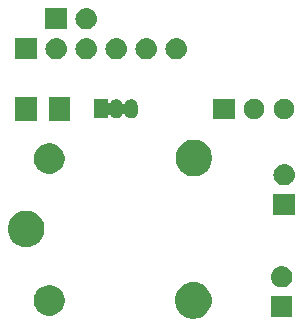
<source format=gbr>
G04 #@! TF.GenerationSoftware,KiCad,Pcbnew,(5.0.1)-rc2*
G04 #@! TF.CreationDate,2018-11-18T17:10:58-07:00*
G04 #@! TF.ProjectId,RPI_zeroW_shield,5250495F7A65726F575F736869656C64,rev?*
G04 #@! TF.SameCoordinates,Original*
G04 #@! TF.FileFunction,Soldermask,Top*
G04 #@! TF.FilePolarity,Negative*
%FSLAX46Y46*%
G04 Gerber Fmt 4.6, Leading zero omitted, Abs format (unit mm)*
G04 Created by KiCad (PCBNEW (5.0.1)-rc2) date 11/18/2018 5:10:58 PM*
%MOMM*%
%LPD*%
G01*
G04 APERTURE LIST*
%ADD10C,0.100000*%
G04 APERTURE END LIST*
D10*
G36*
X133882527Y-78198736D02*
X133982410Y-78218604D01*
X134264674Y-78335521D01*
X134518705Y-78505259D01*
X134734741Y-78721295D01*
X134904479Y-78975326D01*
X135021396Y-79257590D01*
X135081000Y-79557240D01*
X135081000Y-79862760D01*
X135021396Y-80162410D01*
X134904479Y-80444674D01*
X134734741Y-80698705D01*
X134518705Y-80914741D01*
X134264674Y-81084479D01*
X133982410Y-81201396D01*
X133882527Y-81221264D01*
X133682762Y-81261000D01*
X133377238Y-81261000D01*
X133177473Y-81221264D01*
X133077590Y-81201396D01*
X132795326Y-81084479D01*
X132541295Y-80914741D01*
X132325259Y-80698705D01*
X132155521Y-80444674D01*
X132038604Y-80162410D01*
X131979000Y-79862760D01*
X131979000Y-79557240D01*
X132038604Y-79257590D01*
X132155521Y-78975326D01*
X132325259Y-78721295D01*
X132541295Y-78505259D01*
X132795326Y-78335521D01*
X133077590Y-78218604D01*
X133177473Y-78198736D01*
X133377238Y-78159000D01*
X133682762Y-78159000D01*
X133882527Y-78198736D01*
X133882527Y-78198736D01*
G37*
G36*
X141926001Y-81165000D02*
X140124001Y-81165000D01*
X140124001Y-79363000D01*
X141926001Y-79363000D01*
X141926001Y-81165000D01*
X141926001Y-81165000D01*
G37*
G36*
X121709485Y-78458996D02*
X121709487Y-78458997D01*
X121709488Y-78458997D01*
X121946255Y-78557069D01*
X122159342Y-78699449D01*
X122340551Y-78880658D01*
X122482931Y-79093745D01*
X122581004Y-79330515D01*
X122631000Y-79581861D01*
X122631000Y-79838139D01*
X122581004Y-80089485D01*
X122482931Y-80326255D01*
X122340551Y-80539342D01*
X122159342Y-80720551D01*
X122159339Y-80720553D01*
X121946255Y-80862931D01*
X121709488Y-80961003D01*
X121709487Y-80961003D01*
X121709485Y-80961004D01*
X121458139Y-81011000D01*
X121201861Y-81011000D01*
X120950515Y-80961004D01*
X120950513Y-80961003D01*
X120950512Y-80961003D01*
X120713745Y-80862931D01*
X120500661Y-80720553D01*
X120500658Y-80720551D01*
X120319449Y-80539342D01*
X120177069Y-80326255D01*
X120078996Y-80089485D01*
X120029000Y-79838139D01*
X120029000Y-79581861D01*
X120078996Y-79330515D01*
X120177069Y-79093745D01*
X120319449Y-78880658D01*
X120500658Y-78699449D01*
X120713745Y-78557069D01*
X120950512Y-78458997D01*
X120950513Y-78458997D01*
X120950515Y-78458996D01*
X121201861Y-78409000D01*
X121458139Y-78409000D01*
X121709485Y-78458996D01*
X121709485Y-78458996D01*
G37*
G36*
X141135444Y-76829519D02*
X141201628Y-76836037D01*
X141314854Y-76870384D01*
X141371468Y-76887557D01*
X141510088Y-76961652D01*
X141527992Y-76971222D01*
X141563730Y-77000552D01*
X141665187Y-77083814D01*
X141748449Y-77185271D01*
X141777779Y-77221009D01*
X141777780Y-77221011D01*
X141861444Y-77377533D01*
X141861444Y-77377534D01*
X141912964Y-77547373D01*
X141930360Y-77724000D01*
X141912964Y-77900627D01*
X141878617Y-78013853D01*
X141861444Y-78070467D01*
X141814121Y-78159000D01*
X141777779Y-78226991D01*
X141748449Y-78262729D01*
X141665187Y-78364186D01*
X141563730Y-78447448D01*
X141527992Y-78476778D01*
X141527990Y-78476779D01*
X141371468Y-78560443D01*
X141314854Y-78577616D01*
X141201628Y-78611963D01*
X141135443Y-78618482D01*
X141069261Y-78625000D01*
X140980741Y-78625000D01*
X140914559Y-78618482D01*
X140848374Y-78611963D01*
X140735148Y-78577616D01*
X140678534Y-78560443D01*
X140522012Y-78476779D01*
X140522010Y-78476778D01*
X140486272Y-78447448D01*
X140384815Y-78364186D01*
X140301553Y-78262729D01*
X140272223Y-78226991D01*
X140235881Y-78159000D01*
X140188558Y-78070467D01*
X140171385Y-78013853D01*
X140137038Y-77900627D01*
X140119642Y-77724000D01*
X140137038Y-77547373D01*
X140188558Y-77377534D01*
X140188558Y-77377533D01*
X140272222Y-77221011D01*
X140272223Y-77221009D01*
X140301553Y-77185271D01*
X140384815Y-77083814D01*
X140486272Y-77000552D01*
X140522010Y-76971222D01*
X140539914Y-76961652D01*
X140678534Y-76887557D01*
X140735148Y-76870384D01*
X140848374Y-76836037D01*
X140914558Y-76829519D01*
X140980741Y-76823000D01*
X141069261Y-76823000D01*
X141135444Y-76829519D01*
X141135444Y-76829519D01*
G37*
G36*
X119732527Y-72148736D02*
X119832410Y-72168604D01*
X120114674Y-72285521D01*
X120368705Y-72455259D01*
X120584741Y-72671295D01*
X120754479Y-72925326D01*
X120871396Y-73207590D01*
X120931000Y-73507240D01*
X120931000Y-73812760D01*
X120871396Y-74112410D01*
X120754479Y-74394674D01*
X120584741Y-74648705D01*
X120368705Y-74864741D01*
X120114674Y-75034479D01*
X119832410Y-75151396D01*
X119732527Y-75171264D01*
X119532762Y-75211000D01*
X119227238Y-75211000D01*
X119027473Y-75171264D01*
X118927590Y-75151396D01*
X118645326Y-75034479D01*
X118391295Y-74864741D01*
X118175259Y-74648705D01*
X118005521Y-74394674D01*
X117888604Y-74112410D01*
X117829000Y-73812760D01*
X117829000Y-73507240D01*
X117888604Y-73207590D01*
X118005521Y-72925326D01*
X118175259Y-72671295D01*
X118391295Y-72455259D01*
X118645326Y-72285521D01*
X118927590Y-72168604D01*
X119027473Y-72148736D01*
X119227238Y-72109000D01*
X119532762Y-72109000D01*
X119732527Y-72148736D01*
X119732527Y-72148736D01*
G37*
G36*
X142125000Y-72529000D02*
X140323000Y-72529000D01*
X140323000Y-70727000D01*
X142125000Y-70727000D01*
X142125000Y-72529000D01*
X142125000Y-72529000D01*
G37*
G36*
X141334443Y-68193519D02*
X141400627Y-68200037D01*
X141513853Y-68234384D01*
X141570467Y-68251557D01*
X141709087Y-68325652D01*
X141726991Y-68335222D01*
X141762729Y-68364552D01*
X141864186Y-68447814D01*
X141939300Y-68539342D01*
X141976778Y-68585009D01*
X141976779Y-68585011D01*
X142060443Y-68741533D01*
X142060443Y-68741534D01*
X142111963Y-68911373D01*
X142129359Y-69088000D01*
X142111963Y-69264627D01*
X142077616Y-69377853D01*
X142060443Y-69434467D01*
X141986348Y-69573087D01*
X141976778Y-69590991D01*
X141947448Y-69626729D01*
X141864186Y-69728186D01*
X141762729Y-69811448D01*
X141726991Y-69840778D01*
X141726989Y-69840779D01*
X141570467Y-69924443D01*
X141513853Y-69941616D01*
X141400627Y-69975963D01*
X141334443Y-69982481D01*
X141268260Y-69989000D01*
X141179740Y-69989000D01*
X141113557Y-69982481D01*
X141047373Y-69975963D01*
X140934147Y-69941616D01*
X140877533Y-69924443D01*
X140721011Y-69840779D01*
X140721009Y-69840778D01*
X140685271Y-69811448D01*
X140583814Y-69728186D01*
X140500552Y-69626729D01*
X140471222Y-69590991D01*
X140461652Y-69573087D01*
X140387557Y-69434467D01*
X140370384Y-69377853D01*
X140336037Y-69264627D01*
X140318641Y-69088000D01*
X140336037Y-68911373D01*
X140387557Y-68741534D01*
X140387557Y-68741533D01*
X140471221Y-68585011D01*
X140471222Y-68585009D01*
X140508700Y-68539342D01*
X140583814Y-68447814D01*
X140685271Y-68364552D01*
X140721009Y-68335222D01*
X140738913Y-68325652D01*
X140877533Y-68251557D01*
X140934147Y-68234384D01*
X141047373Y-68200037D01*
X141113557Y-68193519D01*
X141179740Y-68187000D01*
X141268260Y-68187000D01*
X141334443Y-68193519D01*
X141334443Y-68193519D01*
G37*
G36*
X133932527Y-66148736D02*
X134032410Y-66168604D01*
X134314674Y-66285521D01*
X134568705Y-66455259D01*
X134784741Y-66671295D01*
X134954479Y-66925326D01*
X135024240Y-67093745D01*
X135071396Y-67207591D01*
X135131000Y-67507238D01*
X135131000Y-67812762D01*
X135125952Y-67838139D01*
X135071396Y-68112410D01*
X134954479Y-68394674D01*
X134784741Y-68648705D01*
X134568705Y-68864741D01*
X134314674Y-69034479D01*
X134032410Y-69151396D01*
X133932527Y-69171264D01*
X133732762Y-69211000D01*
X133427238Y-69211000D01*
X133227473Y-69171264D01*
X133127590Y-69151396D01*
X132845326Y-69034479D01*
X132591295Y-68864741D01*
X132375259Y-68648705D01*
X132205521Y-68394674D01*
X132088604Y-68112410D01*
X132034048Y-67838139D01*
X132029000Y-67812762D01*
X132029000Y-67507238D01*
X132088604Y-67207591D01*
X132135760Y-67093745D01*
X132205521Y-66925326D01*
X132375259Y-66671295D01*
X132591295Y-66455259D01*
X132845326Y-66285521D01*
X133127590Y-66168604D01*
X133227473Y-66148736D01*
X133427238Y-66109000D01*
X133732762Y-66109000D01*
X133932527Y-66148736D01*
X133932527Y-66148736D01*
G37*
G36*
X121709485Y-66458996D02*
X121709487Y-66458997D01*
X121709488Y-66458997D01*
X121946255Y-66557069D01*
X122159342Y-66699449D01*
X122340551Y-66880658D01*
X122482931Y-67093745D01*
X122530088Y-67207591D01*
X122581004Y-67330515D01*
X122631000Y-67581861D01*
X122631000Y-67838139D01*
X122581004Y-68089485D01*
X122482931Y-68326255D01*
X122340551Y-68539342D01*
X122159342Y-68720551D01*
X122159339Y-68720553D01*
X121946255Y-68862931D01*
X121709488Y-68961003D01*
X121709487Y-68961003D01*
X121709485Y-68961004D01*
X121458139Y-69011000D01*
X121201861Y-69011000D01*
X120950515Y-68961004D01*
X120950513Y-68961003D01*
X120950512Y-68961003D01*
X120713745Y-68862931D01*
X120500661Y-68720553D01*
X120500658Y-68720551D01*
X120319449Y-68539342D01*
X120177069Y-68326255D01*
X120078996Y-68089485D01*
X120029000Y-67838139D01*
X120029000Y-67581861D01*
X120078996Y-67330515D01*
X120129913Y-67207591D01*
X120177069Y-67093745D01*
X120319449Y-66880658D01*
X120500658Y-66699449D01*
X120713745Y-66557069D01*
X120950512Y-66458997D01*
X120950513Y-66458997D01*
X120950515Y-66458996D01*
X121201861Y-66409000D01*
X121458139Y-66409000D01*
X121709485Y-66458996D01*
X121709485Y-66458996D01*
G37*
G36*
X120280430Y-64500760D02*
X118479570Y-64500760D01*
X118479570Y-62499240D01*
X120280430Y-62499240D01*
X120280430Y-64500760D01*
X120280430Y-64500760D01*
G37*
G36*
X123079510Y-64500760D02*
X121278650Y-64500760D01*
X121278650Y-62499240D01*
X123079510Y-62499240D01*
X123079510Y-64500760D01*
X123079510Y-64500760D01*
G37*
G36*
X137045000Y-64351000D02*
X135243000Y-64351000D01*
X135243000Y-62649000D01*
X137045000Y-62649000D01*
X137045000Y-64351000D01*
X137045000Y-64351000D01*
G37*
G36*
X138932228Y-62681703D02*
X139087100Y-62745853D01*
X139226481Y-62838985D01*
X139345015Y-62957519D01*
X139438147Y-63096900D01*
X139502297Y-63251772D01*
X139535000Y-63416184D01*
X139535000Y-63583816D01*
X139502297Y-63748228D01*
X139438147Y-63903100D01*
X139345015Y-64042481D01*
X139226481Y-64161015D01*
X139087100Y-64254147D01*
X138932228Y-64318297D01*
X138767816Y-64351000D01*
X138600184Y-64351000D01*
X138435772Y-64318297D01*
X138280900Y-64254147D01*
X138141519Y-64161015D01*
X138022985Y-64042481D01*
X137929853Y-63903100D01*
X137865703Y-63748228D01*
X137833000Y-63583816D01*
X137833000Y-63416184D01*
X137865703Y-63251772D01*
X137929853Y-63096900D01*
X138022985Y-62957519D01*
X138141519Y-62838985D01*
X138280900Y-62745853D01*
X138435772Y-62681703D01*
X138600184Y-62649000D01*
X138767816Y-62649000D01*
X138932228Y-62681703D01*
X138932228Y-62681703D01*
G37*
G36*
X141472228Y-62681703D02*
X141627100Y-62745853D01*
X141766481Y-62838985D01*
X141885015Y-62957519D01*
X141978147Y-63096900D01*
X142042297Y-63251772D01*
X142075000Y-63416184D01*
X142075000Y-63583816D01*
X142042297Y-63748228D01*
X141978147Y-63903100D01*
X141885015Y-64042481D01*
X141766481Y-64161015D01*
X141627100Y-64254147D01*
X141472228Y-64318297D01*
X141307816Y-64351000D01*
X141140184Y-64351000D01*
X140975772Y-64318297D01*
X140820900Y-64254147D01*
X140681519Y-64161015D01*
X140562985Y-64042481D01*
X140469853Y-63903100D01*
X140405703Y-63748228D01*
X140373000Y-63583816D01*
X140373000Y-63416184D01*
X140405703Y-63251772D01*
X140469853Y-63096900D01*
X140562985Y-62957519D01*
X140681519Y-62838985D01*
X140820900Y-62745853D01*
X140975772Y-62681703D01*
X141140184Y-62649000D01*
X141307816Y-62649000D01*
X141472228Y-62681703D01*
X141472228Y-62681703D01*
G37*
G36*
X128382915Y-62707334D02*
X128491491Y-62740271D01*
X128591556Y-62793756D01*
X128679264Y-62865736D01*
X128751244Y-62953443D01*
X128804729Y-63053508D01*
X128837666Y-63162084D01*
X128846000Y-63246702D01*
X128846000Y-63753297D01*
X128837666Y-63837916D01*
X128804729Y-63946492D01*
X128751244Y-64046557D01*
X128679264Y-64134264D01*
X128591557Y-64206244D01*
X128491492Y-64259729D01*
X128382916Y-64292666D01*
X128270000Y-64303787D01*
X128157085Y-64292666D01*
X128048509Y-64259729D01*
X127948444Y-64206244D01*
X127893333Y-64161015D01*
X127860739Y-64134266D01*
X127860737Y-64134264D01*
X127788757Y-64046557D01*
X127745240Y-63965143D01*
X127731627Y-63944768D01*
X127714299Y-63927441D01*
X127693925Y-63913827D01*
X127671286Y-63904450D01*
X127647253Y-63899669D01*
X127622748Y-63899669D01*
X127598715Y-63904449D01*
X127576076Y-63913827D01*
X127555701Y-63927440D01*
X127538374Y-63944768D01*
X127524760Y-63965143D01*
X127481244Y-64046557D01*
X127409264Y-64134264D01*
X127321557Y-64206244D01*
X127221492Y-64259729D01*
X127112916Y-64292666D01*
X127000000Y-64303787D01*
X126887085Y-64292666D01*
X126778509Y-64259729D01*
X126678444Y-64206244D01*
X126590737Y-64134264D01*
X126527626Y-64057364D01*
X126510299Y-64040036D01*
X126489924Y-64026423D01*
X126467285Y-64017045D01*
X126443252Y-64012265D01*
X126418748Y-64012265D01*
X126394714Y-64017046D01*
X126372075Y-64026423D01*
X126351701Y-64040037D01*
X126334373Y-64057364D01*
X126320760Y-64077739D01*
X126311382Y-64100378D01*
X126306000Y-64136663D01*
X126306000Y-64301000D01*
X125154000Y-64301000D01*
X125154000Y-62699000D01*
X126306000Y-62699000D01*
X126306000Y-62863337D01*
X126308402Y-62887723D01*
X126315515Y-62911172D01*
X126327066Y-62932783D01*
X126342612Y-62951725D01*
X126361554Y-62967271D01*
X126383165Y-62978822D01*
X126406614Y-62985935D01*
X126431000Y-62988337D01*
X126455386Y-62985935D01*
X126478835Y-62978822D01*
X126500446Y-62967271D01*
X126527626Y-62942636D01*
X126590734Y-62865739D01*
X126590736Y-62865736D01*
X126678443Y-62793756D01*
X126778508Y-62740271D01*
X126887084Y-62707334D01*
X127000000Y-62696213D01*
X127112915Y-62707334D01*
X127221491Y-62740271D01*
X127321556Y-62793756D01*
X127409264Y-62865736D01*
X127481244Y-62953443D01*
X127524767Y-63034869D01*
X127538373Y-63055232D01*
X127555700Y-63072560D01*
X127576075Y-63086174D01*
X127598713Y-63095551D01*
X127622747Y-63100332D01*
X127647251Y-63100332D01*
X127671285Y-63095552D01*
X127693924Y-63086175D01*
X127714298Y-63072561D01*
X127731626Y-63055234D01*
X127745240Y-63034858D01*
X127788756Y-62953444D01*
X127860734Y-62865739D01*
X127860736Y-62865736D01*
X127948443Y-62793756D01*
X128048508Y-62740271D01*
X128157084Y-62707334D01*
X128270000Y-62696213D01*
X128382915Y-62707334D01*
X128382915Y-62707334D01*
G37*
G36*
X129650443Y-57525519D02*
X129716627Y-57532037D01*
X129829853Y-57566384D01*
X129886467Y-57583557D01*
X130025087Y-57657652D01*
X130042991Y-57667222D01*
X130078729Y-57696552D01*
X130180186Y-57779814D01*
X130263448Y-57881271D01*
X130292778Y-57917009D01*
X130292779Y-57917011D01*
X130376443Y-58073533D01*
X130376443Y-58073534D01*
X130427963Y-58243373D01*
X130445359Y-58420000D01*
X130427963Y-58596627D01*
X130393616Y-58709853D01*
X130376443Y-58766467D01*
X130302348Y-58905087D01*
X130292778Y-58922991D01*
X130263448Y-58958729D01*
X130180186Y-59060186D01*
X130078729Y-59143448D01*
X130042991Y-59172778D01*
X130042989Y-59172779D01*
X129886467Y-59256443D01*
X129829853Y-59273616D01*
X129716627Y-59307963D01*
X129650442Y-59314482D01*
X129584260Y-59321000D01*
X129495740Y-59321000D01*
X129429558Y-59314482D01*
X129363373Y-59307963D01*
X129250147Y-59273616D01*
X129193533Y-59256443D01*
X129037011Y-59172779D01*
X129037009Y-59172778D01*
X129001271Y-59143448D01*
X128899814Y-59060186D01*
X128816552Y-58958729D01*
X128787222Y-58922991D01*
X128777652Y-58905087D01*
X128703557Y-58766467D01*
X128686384Y-58709853D01*
X128652037Y-58596627D01*
X128634641Y-58420000D01*
X128652037Y-58243373D01*
X128703557Y-58073534D01*
X128703557Y-58073533D01*
X128787221Y-57917011D01*
X128787222Y-57917009D01*
X128816552Y-57881271D01*
X128899814Y-57779814D01*
X129001271Y-57696552D01*
X129037009Y-57667222D01*
X129054913Y-57657652D01*
X129193533Y-57583557D01*
X129250147Y-57566384D01*
X129363373Y-57532037D01*
X129429557Y-57525519D01*
X129495740Y-57519000D01*
X129584260Y-57519000D01*
X129650443Y-57525519D01*
X129650443Y-57525519D01*
G37*
G36*
X132190443Y-57525519D02*
X132256627Y-57532037D01*
X132369853Y-57566384D01*
X132426467Y-57583557D01*
X132565087Y-57657652D01*
X132582991Y-57667222D01*
X132618729Y-57696552D01*
X132720186Y-57779814D01*
X132803448Y-57881271D01*
X132832778Y-57917009D01*
X132832779Y-57917011D01*
X132916443Y-58073533D01*
X132916443Y-58073534D01*
X132967963Y-58243373D01*
X132985359Y-58420000D01*
X132967963Y-58596627D01*
X132933616Y-58709853D01*
X132916443Y-58766467D01*
X132842348Y-58905087D01*
X132832778Y-58922991D01*
X132803448Y-58958729D01*
X132720186Y-59060186D01*
X132618729Y-59143448D01*
X132582991Y-59172778D01*
X132582989Y-59172779D01*
X132426467Y-59256443D01*
X132369853Y-59273616D01*
X132256627Y-59307963D01*
X132190442Y-59314482D01*
X132124260Y-59321000D01*
X132035740Y-59321000D01*
X131969558Y-59314482D01*
X131903373Y-59307963D01*
X131790147Y-59273616D01*
X131733533Y-59256443D01*
X131577011Y-59172779D01*
X131577009Y-59172778D01*
X131541271Y-59143448D01*
X131439814Y-59060186D01*
X131356552Y-58958729D01*
X131327222Y-58922991D01*
X131317652Y-58905087D01*
X131243557Y-58766467D01*
X131226384Y-58709853D01*
X131192037Y-58596627D01*
X131174641Y-58420000D01*
X131192037Y-58243373D01*
X131243557Y-58073534D01*
X131243557Y-58073533D01*
X131327221Y-57917011D01*
X131327222Y-57917009D01*
X131356552Y-57881271D01*
X131439814Y-57779814D01*
X131541271Y-57696552D01*
X131577009Y-57667222D01*
X131594913Y-57657652D01*
X131733533Y-57583557D01*
X131790147Y-57566384D01*
X131903373Y-57532037D01*
X131969557Y-57525519D01*
X132035740Y-57519000D01*
X132124260Y-57519000D01*
X132190443Y-57525519D01*
X132190443Y-57525519D01*
G37*
G36*
X127110443Y-57525519D02*
X127176627Y-57532037D01*
X127289853Y-57566384D01*
X127346467Y-57583557D01*
X127485087Y-57657652D01*
X127502991Y-57667222D01*
X127538729Y-57696552D01*
X127640186Y-57779814D01*
X127723448Y-57881271D01*
X127752778Y-57917009D01*
X127752779Y-57917011D01*
X127836443Y-58073533D01*
X127836443Y-58073534D01*
X127887963Y-58243373D01*
X127905359Y-58420000D01*
X127887963Y-58596627D01*
X127853616Y-58709853D01*
X127836443Y-58766467D01*
X127762348Y-58905087D01*
X127752778Y-58922991D01*
X127723448Y-58958729D01*
X127640186Y-59060186D01*
X127538729Y-59143448D01*
X127502991Y-59172778D01*
X127502989Y-59172779D01*
X127346467Y-59256443D01*
X127289853Y-59273616D01*
X127176627Y-59307963D01*
X127110442Y-59314482D01*
X127044260Y-59321000D01*
X126955740Y-59321000D01*
X126889558Y-59314482D01*
X126823373Y-59307963D01*
X126710147Y-59273616D01*
X126653533Y-59256443D01*
X126497011Y-59172779D01*
X126497009Y-59172778D01*
X126461271Y-59143448D01*
X126359814Y-59060186D01*
X126276552Y-58958729D01*
X126247222Y-58922991D01*
X126237652Y-58905087D01*
X126163557Y-58766467D01*
X126146384Y-58709853D01*
X126112037Y-58596627D01*
X126094641Y-58420000D01*
X126112037Y-58243373D01*
X126163557Y-58073534D01*
X126163557Y-58073533D01*
X126247221Y-57917011D01*
X126247222Y-57917009D01*
X126276552Y-57881271D01*
X126359814Y-57779814D01*
X126461271Y-57696552D01*
X126497009Y-57667222D01*
X126514913Y-57657652D01*
X126653533Y-57583557D01*
X126710147Y-57566384D01*
X126823373Y-57532037D01*
X126889557Y-57525519D01*
X126955740Y-57519000D01*
X127044260Y-57519000D01*
X127110443Y-57525519D01*
X127110443Y-57525519D01*
G37*
G36*
X124570443Y-57525519D02*
X124636627Y-57532037D01*
X124749853Y-57566384D01*
X124806467Y-57583557D01*
X124945087Y-57657652D01*
X124962991Y-57667222D01*
X124998729Y-57696552D01*
X125100186Y-57779814D01*
X125183448Y-57881271D01*
X125212778Y-57917009D01*
X125212779Y-57917011D01*
X125296443Y-58073533D01*
X125296443Y-58073534D01*
X125347963Y-58243373D01*
X125365359Y-58420000D01*
X125347963Y-58596627D01*
X125313616Y-58709853D01*
X125296443Y-58766467D01*
X125222348Y-58905087D01*
X125212778Y-58922991D01*
X125183448Y-58958729D01*
X125100186Y-59060186D01*
X124998729Y-59143448D01*
X124962991Y-59172778D01*
X124962989Y-59172779D01*
X124806467Y-59256443D01*
X124749853Y-59273616D01*
X124636627Y-59307963D01*
X124570442Y-59314482D01*
X124504260Y-59321000D01*
X124415740Y-59321000D01*
X124349558Y-59314482D01*
X124283373Y-59307963D01*
X124170147Y-59273616D01*
X124113533Y-59256443D01*
X123957011Y-59172779D01*
X123957009Y-59172778D01*
X123921271Y-59143448D01*
X123819814Y-59060186D01*
X123736552Y-58958729D01*
X123707222Y-58922991D01*
X123697652Y-58905087D01*
X123623557Y-58766467D01*
X123606384Y-58709853D01*
X123572037Y-58596627D01*
X123554641Y-58420000D01*
X123572037Y-58243373D01*
X123623557Y-58073534D01*
X123623557Y-58073533D01*
X123707221Y-57917011D01*
X123707222Y-57917009D01*
X123736552Y-57881271D01*
X123819814Y-57779814D01*
X123921271Y-57696552D01*
X123957009Y-57667222D01*
X123974913Y-57657652D01*
X124113533Y-57583557D01*
X124170147Y-57566384D01*
X124283373Y-57532037D01*
X124349557Y-57525519D01*
X124415740Y-57519000D01*
X124504260Y-57519000D01*
X124570443Y-57525519D01*
X124570443Y-57525519D01*
G37*
G36*
X122030443Y-57525519D02*
X122096627Y-57532037D01*
X122209853Y-57566384D01*
X122266467Y-57583557D01*
X122405087Y-57657652D01*
X122422991Y-57667222D01*
X122458729Y-57696552D01*
X122560186Y-57779814D01*
X122643448Y-57881271D01*
X122672778Y-57917009D01*
X122672779Y-57917011D01*
X122756443Y-58073533D01*
X122756443Y-58073534D01*
X122807963Y-58243373D01*
X122825359Y-58420000D01*
X122807963Y-58596627D01*
X122773616Y-58709853D01*
X122756443Y-58766467D01*
X122682348Y-58905087D01*
X122672778Y-58922991D01*
X122643448Y-58958729D01*
X122560186Y-59060186D01*
X122458729Y-59143448D01*
X122422991Y-59172778D01*
X122422989Y-59172779D01*
X122266467Y-59256443D01*
X122209853Y-59273616D01*
X122096627Y-59307963D01*
X122030442Y-59314482D01*
X121964260Y-59321000D01*
X121875740Y-59321000D01*
X121809558Y-59314482D01*
X121743373Y-59307963D01*
X121630147Y-59273616D01*
X121573533Y-59256443D01*
X121417011Y-59172779D01*
X121417009Y-59172778D01*
X121381271Y-59143448D01*
X121279814Y-59060186D01*
X121196552Y-58958729D01*
X121167222Y-58922991D01*
X121157652Y-58905087D01*
X121083557Y-58766467D01*
X121066384Y-58709853D01*
X121032037Y-58596627D01*
X121014641Y-58420000D01*
X121032037Y-58243373D01*
X121083557Y-58073534D01*
X121083557Y-58073533D01*
X121167221Y-57917011D01*
X121167222Y-57917009D01*
X121196552Y-57881271D01*
X121279814Y-57779814D01*
X121381271Y-57696552D01*
X121417009Y-57667222D01*
X121434913Y-57657652D01*
X121573533Y-57583557D01*
X121630147Y-57566384D01*
X121743373Y-57532037D01*
X121809557Y-57525519D01*
X121875740Y-57519000D01*
X121964260Y-57519000D01*
X122030443Y-57525519D01*
X122030443Y-57525519D01*
G37*
G36*
X120281000Y-59321000D02*
X118479000Y-59321000D01*
X118479000Y-57519000D01*
X120281000Y-57519000D01*
X120281000Y-59321000D01*
X120281000Y-59321000D01*
G37*
G36*
X122821000Y-56781000D02*
X121019000Y-56781000D01*
X121019000Y-54979000D01*
X122821000Y-54979000D01*
X122821000Y-56781000D01*
X122821000Y-56781000D01*
G37*
G36*
X124570443Y-54985519D02*
X124636627Y-54992037D01*
X124749853Y-55026384D01*
X124806467Y-55043557D01*
X124945087Y-55117652D01*
X124962991Y-55127222D01*
X124998729Y-55156552D01*
X125100186Y-55239814D01*
X125183448Y-55341271D01*
X125212778Y-55377009D01*
X125212779Y-55377011D01*
X125296443Y-55533533D01*
X125296443Y-55533534D01*
X125347963Y-55703373D01*
X125365359Y-55880000D01*
X125347963Y-56056627D01*
X125313616Y-56169853D01*
X125296443Y-56226467D01*
X125222348Y-56365087D01*
X125212778Y-56382991D01*
X125183448Y-56418729D01*
X125100186Y-56520186D01*
X124998729Y-56603448D01*
X124962991Y-56632778D01*
X124962989Y-56632779D01*
X124806467Y-56716443D01*
X124749853Y-56733616D01*
X124636627Y-56767963D01*
X124570443Y-56774481D01*
X124504260Y-56781000D01*
X124415740Y-56781000D01*
X124349557Y-56774481D01*
X124283373Y-56767963D01*
X124170147Y-56733616D01*
X124113533Y-56716443D01*
X123957011Y-56632779D01*
X123957009Y-56632778D01*
X123921271Y-56603448D01*
X123819814Y-56520186D01*
X123736552Y-56418729D01*
X123707222Y-56382991D01*
X123697652Y-56365087D01*
X123623557Y-56226467D01*
X123606384Y-56169853D01*
X123572037Y-56056627D01*
X123554641Y-55880000D01*
X123572037Y-55703373D01*
X123623557Y-55533534D01*
X123623557Y-55533533D01*
X123707221Y-55377011D01*
X123707222Y-55377009D01*
X123736552Y-55341271D01*
X123819814Y-55239814D01*
X123921271Y-55156552D01*
X123957009Y-55127222D01*
X123974913Y-55117652D01*
X124113533Y-55043557D01*
X124170147Y-55026384D01*
X124283373Y-54992037D01*
X124349557Y-54985519D01*
X124415740Y-54979000D01*
X124504260Y-54979000D01*
X124570443Y-54985519D01*
X124570443Y-54985519D01*
G37*
M02*

</source>
